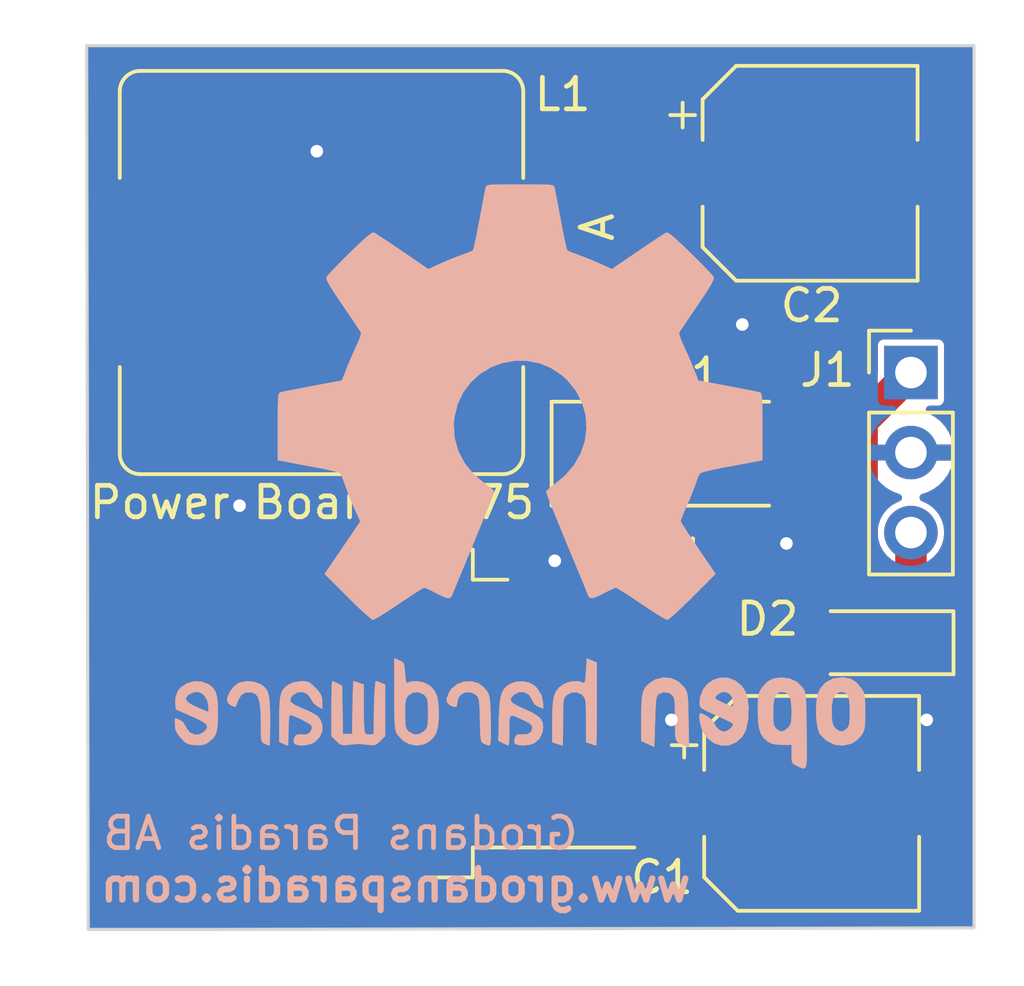
<source format=kicad_pcb>
(kicad_pcb (version 20211014) (generator pcbnew)
  (layers (0 "F.Cu" signal) (31 "B.Cu" signal) (34 "B.Paste" user) (35 "F.Paste" user) (36 "B.SilkS" user "B.Silkscreen") (37 "F.SilkS" user "F.Silkscreen") (38 "B.Mask" user) (39 "F.Mask" user) (44 "Edge.Cuts" user))
  (net 0 "")
  (net 1 "+28V")
  (net 2 "GND")
  (net 3 "Net-(D2-Pad2)")
  (net 4 "Net-(D1-Pad1)")
  (net 5 "+3V3")
  (footprint "Package_TO_SOT_SMD:TO-263-5_TabPin3" (layer "F.Cu") (at 150.25 99.6 180)
    (fp_text reference "U1" (at -9.4 5) (layer "F.SilkS"))
    (fp_text value "LM2575-3.3BT" hide)
    (fp_line (start -1.45 -5.2) (end -2.95 -5.2) (layer "F.SilkS") (width 0.12))
    (fp_line (start -2.95 5.2) (end -2.95 4.25) (layer "F.SilkS") (width 0.12))
    (fp_line (start -2.95 -4.25) (end -8.075 -4.25) (layer "F.SilkS") (width 0.12))
    (fp_line (start -2.95 4.25) (end -4.05 4.25) (layer "F.SilkS") (width 0.12))
    (fp_line (start -2.95 -5.2) (end -2.95 -4.25) (layer "F.SilkS") (width 0.12))
    (fp_line (start -1.45 5.2) (end -2.95 5.2) (layer "F.SilkS") (width 0.12))
    (pad "1" smd rect (at -5.775 -3.4 180) (size 4.6 1.1) (layers "F.Cu" "F.Paste" "F.Mask") (net 1 "+28V"))
    (pad "2" smd rect (at -5.775 -1.7 180) (size 4.6 1.1) (layers "F.Cu" "F.Paste" "F.Mask") (net 4 "Net-(D1-Pad1)"))
    (pad "3" smd rect (at -5.775 0 180) (size 4.6 1.1) (layers "F.Cu" "F.Paste" "F.Mask") (net 2 "GND"))
    (pad "3" smd rect (at 3.375 0 180) (size 9.4 10.8) (layers "F.Cu" "F.Mask") (net 2 "GND"))
    (pad "4" smd rect (at -5.775 1.7 180) (size 4.6 1.1) (layers "F.Cu" "F.Paste" "F.Mask") (net 3 "Net-(D2-Pad2)"))
    (pad "5" smd rect (at -5.775 3.4 180) (size 4.6 1.1) (layers "F.Cu" "F.Paste" "F.Mask") (net 2 "GND"))
  )
  (footprint "Connector_PinHeader_2.54mm:PinHeader_1x03_P2.54mm_Vertical" (layer "F.Cu") (at 167.1 88.775)
    (fp_text reference "J1" (at -2.65 -0.075) (layer "F.SilkS"))
    (fp_text value "Conn_01x03" hide)
    (fp_line (start 1.33 1.27) (end 1.33 6.41) (layer "F.SilkS") (width 0.12))
    (fp_line (start -1.33 1.27) (end 1.33 1.27) (layer "F.SilkS") (width 0.12))
    (fp_line (start -1.33 6.41) (end 1.33 6.41) (layer "F.SilkS") (width 0.12))
    (fp_line (start -1.33 0) (end -1.33 -1.33) (layer "F.SilkS") (width 0.12))
    (fp_line (start -1.33 -1.33) (end 0 -1.33) (layer "F.SilkS") (width 0.12))
    (fp_line (start -1.33 1.27) (end -1.33 6.41) (layer "F.SilkS") (width 0.12))
    (pad "1" thru_hole rect (at 0 0) (size 1.7 1.7) (drill 1) (layers *.Cu *.Mask) (net 1 "+28V"))
    (pad "2" thru_hole oval (at 0 2.54) (size 1.7 1.7) (drill 1) (layers *.Cu *.Mask) (net 2 "GND"))
    (pad "3" thru_hole oval (at 0 5.08) (size 1.7 1.7) (drill 1) (layers *.Cu *.Mask) (net 5 "+3V3"))
  )
  (footprint "Capacitor_SMD:CP_Elec_6.3x9.9" (layer "F.Cu") (at 163.95 102.45)
    (fp_text reference "C1" (at -4.75 2.35) (layer "F.SilkS"))
    (fp_text value "100uF/50V" hide)
    (fp_line (start -4.04375 -2.24125) (end -4.04375 -1.45375) (layer "F.SilkS") (width 0.12))
    (fp_line (start -4.4375 -1.8475) (end -3.65 -1.8475) (layer "F.SilkS") (width 0.12))
    (fp_line (start -3.41 -2.345563) (end -2.345563 -3.41) (layer "F.SilkS") (width 0.12))
    (fp_line (start 3.41 -3.41) (end 3.41 -1.06) (layer "F.SilkS") (width 0.12))
    (fp_line (start 3.41 3.41) (end 3.41 1.06) (layer "F.SilkS") (width 0.12))
    (fp_line (start -3.41 2.345563) (end -3.41 1.06) (layer "F.SilkS") (width 0.12))
    (fp_line (start -3.41 -2.345563) (end -3.41 -1.06) (layer "F.SilkS") (width 0.12))
    (fp_line (start -3.41 2.345563) (end -2.345563 3.41) (layer "F.SilkS") (width 0.12))
    (fp_line (start -2.345563 3.41) (end 3.41 3.41) (layer "F.SilkS") (width 0.12))
    (fp_line (start -2.345563 -3.41) (end 3.41 -3.41) (layer "F.SilkS") (width 0.12))
    (pad "1" smd roundrect (at -2.8 0) (size 3.5 1.6) (layers "F.Cu" "F.Paste" "F.Mask") (roundrect_rratio 0.15625) (net 1 "+28V"))
    (pad "2" smd roundrect (at 2.8 0) (size 3.5 1.6) (layers "F.Cu" "F.Paste" "F.Mask") (roundrect_rratio 0.15625) (net 2 "GND"))
  )
  (footprint "Capacitor_SMD:CP_Elec_6.3x9.9" (layer "F.Cu") (at 163.9 82.45)
    (fp_text reference "C2" (at 0.05 4.2) (layer "F.SilkS"))
    (fp_text value "330uF/16V" hide)
    (fp_line (start 3.41 -3.41) (end 3.41 -1.06) (layer "F.SilkS") (width 0.12))
    (fp_line (start -3.41 -2.345563) (end -3.41 -1.06) (layer "F.SilkS") (width 0.12))
    (fp_line (start -3.41 2.345563) (end -3.41 1.06) (layer "F.SilkS") (width 0.12))
    (fp_line (start -3.41 -2.345563) (end -2.345563 -3.41) (layer "F.SilkS") (width 0.12))
    (fp_line (start -3.41 2.345563) (end -2.345563 3.41) (layer "F.SilkS") (width 0.12))
    (fp_line (start -2.345563 3.41) (end 3.41 3.41) (layer "F.SilkS") (width 0.12))
    (fp_line (start -4.4375 -1.8475) (end -3.65 -1.8475) (layer "F.SilkS") (width 0.12))
    (fp_line (start -2.345563 -3.41) (end 3.41 -3.41) (layer "F.SilkS") (width 0.12))
    (fp_line (start -4.04375 -2.24125) (end -4.04375 -1.45375) (layer "F.SilkS") (width 0.12))
    (fp_line (start 3.41 3.41) (end 3.41 1.06) (layer "F.SilkS") (width 0.12))
    (pad "1" smd roundrect (at -2.8 0) (size 3.5 1.6) (layers "F.Cu" "F.Paste" "F.Mask") (roundrect_rratio 0.15625) (net 3 "Net-(D2-Pad2)"))
    (pad "2" smd roundrect (at 2.8 0) (size 3.5 1.6) (layers "F.Cu" "F.Paste" "F.Mask") (roundrect_rratio 0.15625) (net 2 "GND"))
  )
  (footprint "Diode_SMD:D_SOD-123" (layer "F.Cu") (at 166.2 97.35 180)
    (fp_text reference "D2" (at 3.65 0.75) (layer "F.SilkS"))
    (fp_text value "1N5819" hide)
    (fp_line (start -2.25 -1) (end 1.65 -1) (layer "F.SilkS") (width 0.12))
    (fp_line (start -2.25 1) (end 1.65 1) (layer "F.SilkS") (width 0.12))
    (fp_line (start -2.25 -1) (end -2.25 1) (layer "F.SilkS") (width 0.12))
    (pad "1" smd rect (at -1.65 0 180) (size 0.9 1.2) (layers "F.Cu" "F.Paste" "F.Mask") (net 5 "+3V3"))
    (pad "2" smd rect (at 1.65 0 180) (size 0.9 1.2) (layers "F.Cu" "F.Paste" "F.Mask") (net 3 "Net-(D2-Pad2)"))
  )
  (footprint "Diode_SMD:D_SMA_Handsoldering" (layer "F.Cu") (at 160.1 91.35)
    (fp_text reference "D1" (at 0 -2.5) (layer "F.SilkS"))
    (fp_text value "1N5822" hide)
    (fp_line (start -4.4 -1.65) (end 2.5 -1.65) (layer "F.SilkS") (width 0.12))
    (fp_line (start -4.4 -1.65) (end -4.4 1.65) (layer "F.SilkS") (width 0.12))
    (fp_line (start -4.4 1.65) (end 2.5 1.65) (layer "F.SilkS") (width 0.12))
    (pad "1" smd rect (at -2.5 0) (size 3.5 1.8) (layers "F.Cu" "F.Paste" "F.Mask") (net 4 "Net-(D1-Pad1)"))
    (pad "2" smd rect (at 2.5 0) (size 3.5 1.8) (layers "F.Cu" "F.Paste" "F.Mask") (net 2 "GND"))
  )
  (footprint "Inductor_SMD:L_Bourns_SRR1260" (layer "F.Cu") (at 148.4 85.6)
    (fp_text reference "L1" (at 7.65 -5.65) (layer "F.SilkS"))
    (fp_text value "SRR1240-331K" hide)
    (fp_line (start 6.4 -5.75) (end 6.4 -3) (layer "F.SilkS") (width 0.12))
    (fp_line (start 6.4 3) (end 6.4 5.75) (layer "F.SilkS") (width 0.12))
    (fp_line (start -6.4 3) (end -6.4 5.75) (layer "F.SilkS") (width 0.12))
    (fp_line (start 5.75 6.4) (end -5.75 6.4) (layer "F.SilkS") (width 0.12))
    (fp_line (start -6.4 -5.75) (end -6.4 -3) (layer "F.SilkS") (width 0.12))
    (fp_line (start -5.75 -6.4) (end 5.75 -6.4) (layer "F.SilkS") (width 0.12))
    (fp_arc (start 5.75 -6.4) (mid 6.209619 -6.209619) (end 6.4 -5.75) (layer "F.SilkS") (width 0.12))
    (fp_arc (start -5.75 6.4) (mid -6.209619 6.209619) (end -6.4 5.75) (layer "F.SilkS") (width 0.12))
    (fp_arc (start -6.4 -5.75) (mid -6.209619 -6.209619) (end -5.75 -6.4) (layer "F.SilkS") (width 0.12))
    (fp_arc (start 6.4 5.75) (mid 6.209619 6.209619) (end 5.75 6.4) (layer "F.SilkS") (width 0.12))
    (pad "1" smd rect (at -4.85 0) (size 2.9 5.4) (layers "F.Cu" "F.Paste" "F.Mask") (net 4 "Net-(D1-Pad1)"))
    (pad "2" smd rect (at 4.85 0) (size 2.9 5.4) (layers "F.Cu" "F.Paste" "F.Mask") (net 3 "Net-(D2-Pad2)"))
  )
  (footprint "Symbol:OSHW-Logo2_24.3x20mm_SilkScreen" (layer "B.Cu") (at 154.7 92.05 180)
    (fp_text reference "REF**" hide)
    (fp_text value "OSHW-Logo2_24.3x20mm_SilkScreen" hide)
    (fp_poly (pts (xy -4.304284 -6.462865) (xy -4.148128 -6.55319) (xy -4.039559 -6.642845) (xy -3.960155 -6.736776) (xy -3.905454 -6.851646) (xy -3.87099 -7.004114) (xy -3.852299 -7.210844) (xy -3.844919 -7.488496) (xy -3.844061 -7.688086) (xy -3.844061 -8.422766) (xy -4.050862 -8.515472) (xy -4.257662 -8.608179) (xy -4.281992 -7.803492) (xy -4.292045 -7.502966) (xy -4.302591 -7.284835) (xy -4.315657 -7.134186) (xy -4.333271 -7.036107) (xy -4.357461 -6.975688) (xy -4.390254 -6.938016) (xy -4.400775 -6.929862) (xy -4.560187 -6.866178) (xy -4.721321 -6.891378) (xy -4.817241 -6.958238) (xy -4.856259 -7.005616) (xy -4.883267 -7.067787) (xy -4.900432 -7.162039) (xy -4.909918 -7.305657) (xy -4.913893 -7.515931) (xy -4.914559 -7.73507) (xy -4.91469 -8.009999) (xy -4.919397 -8.204602) (xy -4.935154 -8.335851) (xy -4.968433 -8.420718) (xy -5.025707 -8.476177) (xy -5.113447 -8.519201) (xy -5.230638 -8.563907) (xy -5.358632 -8.612571) (xy -5.343396 -7.74891) (xy -5.337261 -7.437565) (xy -5.330082 -7.207483) (xy -5.319795 -7.042614) (xy -5.30433 -6.926909) (xy -5.281621 -6.844316) (xy -5.249601 -6.778788) (xy -5.210997 -6.720974) (xy -5.024747 -6.536283) (xy -4.797479 -6.429481) (xy -4.550291 -6.403898) (xy -4.304284 -6.462865)) (layer "B.SilkS") (width 0.01) (fill solid))
    (fp_poly (pts (xy 1.776572 -6.536534) (xy 1.997609 -6.618099) (xy 2.176683 -6.762366) (xy 2.24672 -6.86392) (xy 2.323071 -7.050268) (xy 2.321485 -7.18501) (xy 2.241347 -7.275631) (xy 2.211696 -7.29104) (xy 2.083674 -7.339084) (xy 2.018294 -7.326776) (xy 1.996148 -7.246098) (xy 1.99502 -7.201533) (xy 1.954477 -7.037581) (xy 1.848802 -6.922891) (xy 1.701924 -6.867497) (xy 1.537773 -6.881435) (xy 1.404337 -6.953827) (xy 1.359269 -6.99512) (xy 1.327323 -7.045216) (xy 1.305744 -7.120942) (xy 1.291773 -7.239128) (xy 1.282655 -7.4166) (xy 1.275631 -7.670186) (xy 1.273812 -7.750479) (xy 1.267178 -8.025158) (xy 1.259636 -8.218481) (xy 1.248325 -8.346388) (xy 1.230385 -8.424822) (xy 1.202955 -8.469725) (xy 1.163177 -8.497038) (xy 1.13771 -8.509105) (xy 1.029556 -8.550367) (xy 0.96589 -8.563985) (xy 0.944854 -8.518505) (xy 0.932013 -8.381006) (xy 0.9273 -8.149902) (xy 0.930644 -7.823604) (xy 0.931686 -7.773276) (xy 0.939035 -7.475581) (xy 0.947726 -7.258205) (xy 0.960092 -7.104153) (xy 0.97847 -6.99643) (xy 1.005195 -6.918042) (xy 1.042602 -6.851994) (xy 1.06217 -6.823691) (xy 1.174366 -6.698467) (xy 1.29985 -6.601063) (xy 1.315213 -6.592561) (xy 1.540223 -6.525433) (xy 1.776572 -6.536534)) (layer "B.SilkS") (width 0.01) (fill solid))
    (fp_poly (pts (xy -8.046834 -6.436506) (xy -7.860916 -6.529204) (xy -7.69682 -6.699885) (xy -7.651628 -6.763107) (xy -7.602396 -6.845834) (xy -7.570453 -6.935687) (xy -7.552178 -7.055608) (xy -7.543952 -7.228537) (xy -7.542145 -7.456835) (xy -7.550303 -7.769693) (xy -7.578659 -8.004598) (xy -7.633038 -8.179847) (xy -7.719263 -8.313738) (xy -7.843159 -8.424569) (xy -7.852263 -8.431131) (xy -7.974366 -8.498256) (xy -8.1214 -8.531467) (xy -8.308396 -8.539655) (xy -8.612387 -8.539655) (xy -8.612515 -8.834762) (xy -8.615344 -8.999117) (xy -8.632582 -9.095523) (xy -8.67763 -9.153343) (xy -8.763886 -9.201941) (xy -8.784601 -9.211869) (xy -8.881538 -9.258398) (xy -8.956593 -9.287786) (xy -9.012402 -9.290324) (xy -9.051603 -9.256302) (xy -9.076832 -9.176012) (xy -9.090728 -9.039743) (xy -9.095927 -8.837787) (xy -9.095066 -8.560434) (xy -9.090784 -8.197976) (xy -9.089447 -8.08956) (xy -9.084629 -7.715837) (xy -9.080313 -7.471369) (xy -8.612643 -7.471369) (xy -8.610015 -7.678877) (xy -8.598333 -7.814645) (xy -8.571903 -7.904192) (xy -8.525031 -7.973039) (xy -8.493207 -8.006618) (xy -8.363108 -8.104869) (xy -8.247921 -8.112866) (xy -8.129066 -8.03173) (xy -8.126053 -8.028736) (xy -8.077695 -7.96603) (xy -8.048278 -7.880808) (xy -8.03344 -7.749564) (xy -8.028819 -7.548793) (xy -8.028735 -7.504314) (xy -8.039902 -7.227639) (xy -8.076253 -7.035842) (xy -8.142059 -6.918757) (xy -8.241593 -6.866215) (xy -8.299119 -6.86092) (xy -8.435649 -6.885767) (xy -8.529298 -6.967581) (xy -8.58567 -7.11727) (xy -8.610367 -7.345743) (xy -8.612643 -7.471369) (xy -9.080313 -7.471369) (xy -9.079522 -7.426587) (xy -9.072922 -7.20897) (xy -9.063623 -7.050146) (xy -9.050423 -6.937274) (xy -9.032115 -6.857513) (xy -9.007497 -6.798023) (xy -8.975363 -6.745963) (xy -8.961585 -6.726373) (xy -8.778812 -6.541328) (xy -8.547724 -6.436412) (xy -8.28041 -6.407163) (xy -8.046834 -6.436506)) (layer "B.SilkS") (width 0.01) (fill solid))
    (fp_poly (pts (xy 5.966873 -6.5664) (xy 5.974299 -6.694422) (xy 5.980118 -6.888985) (xy 5.983859 -7.134702) (xy 5.985058 -7.392426) (xy 5.985058 -8.264545) (xy 5.831075 -8.418528) (xy 5.724963 -8.513412) (xy 5.631816 -8.551845) (xy 5.504504 -8.549413) (xy 5.453968 -8.543223) (xy 5.296017 -8.52521) (xy 5.165371 -8.514888) (xy 5.133525 -8.513935) (xy 5.026166 -8.520171) (xy 4.872619 -8.535824) (xy 4.813083 -8.543223) (xy 4.666857 -8.554668) (xy 4.568589 -8.529808) (xy 4.47115 -8.453058) (xy 4.435976 -8.418528) (xy 4.281993 -8.264545) (xy 4.281993 -6.633246) (xy 4.40593 -6.576776) (xy 4.51265 -6.53495) (xy 4.575087 -6.520307) (xy 4.591096 -6.566583) (xy 4.606058 -6.695884) (xy 4.618978 -6.893914) (xy 4.628857 -7.14638) (xy 4.633622 -7.359675) (xy 4.646935 -8.199042) (xy 4.76308 -8.215464) (xy 4.868716 -8.203982) (xy 4.920477 -8.166805) (xy 4.934945 -8.097298) (xy 4.947298 -7.94924) (xy 4.956552 -7.741391) (xy 4.961728 -7.492512) (xy 4.962474 -7.364435) (xy 4.963219 -6.627145) (xy 5.116457 -6.573726) (xy 5.224916 -6.537406) (xy 5.283913 -6.520468) (xy 5.285614 -6.520307) (xy 5.291533 -6.566349) (xy 5.298039 -6.694018) (xy 5.304586 -6.887632) (xy 5.310627 -7.131507) (xy 5.314848 -7.359675) (xy 5.328161 -8.199042) (xy 5.620115 -8.199042) (xy 5.633513 -7.433275) (xy 5.64691 -6.667508) (xy 5.789238 -6.593908) (xy 5.894322 -6.543366) (xy 5.956517 -6.520431) (xy 5.958312 -6.520307) (xy 5.966873 -6.5664)) (layer "B.SilkS") (width 0.01) (fill solid))
    (fp_poly (pts (xy 0.133241 -6.540601) (xy 0.323905 -6.611403) (xy 0.326086 -6.612764) (xy 0.444006 -6.69955) (xy 0.53106 -6.800973) (xy 0.592286 -6.933145) (xy 0.632723 -7.112182) (xy 0.657409 -7.354195) (xy 0.671382 -7.675299) (xy 0.672607 -7.721048) (xy 0.6902 -8.410869) (xy 0.542152 -8.487427) (xy 0.43503 -8.539163) (xy 0.370351 -8.563678) (xy 0.367359 -8.563985) (xy 0.356166 -8.518751) (xy 0.347275 -8.396736) (xy 0.341806 -8.218468) (xy 0.340613 -8.074116) (xy 0.340586 -7.840271) (xy 0.329896 -7.693419) (xy 0.292633 -7.623376) (xy 0.212888 -7.619958) (xy 0.074749 -7.672983) (xy -0.133812 -7.770454) (xy -0.287171 -7.851409) (xy -0.366048 -7.921644) (xy -0.389236 -7.998194) (xy -0.389272 -8.001982) (xy -0.351007 -8.133852) (xy -0.237717 -8.205091) (xy -0.064336 -8.21541) (xy 0.06055 -8.21362) (xy 0.126399 -8.249589) (xy 0.167464 -8.335985) (xy 0.191099 -8.446054) (xy 0.157039 -8.508508) (xy 0.144214 -8.517446) (xy 0.023472 -8.553343) (xy -0.145612 -8.558426) (xy -0.319739 -8.534631) (xy -0.443124 -8.491147) (xy -0.613713 -8.346309) (xy -0.710681 -8.144694) (xy -0.729885 -7.98718) (xy -0.71523 -7.845104) (xy -0.662199 -7.729127) (xy -0.557194 -7.626121) (xy -0.386614 -7.522954) (xy -0.136862 -7.406496) (xy -0.121647 -7.399914) (xy 0.103329 -7.295981) (xy 0.242157 -7.210743) (xy 0.301662 -7.134147) (xy 0.288672 -7.056139) (xy 0.210012 -6.966664) (xy 0.18649 -6.946073) (xy 0.028933 -6.866236) (xy -0.134323 -6.869597) (xy -0.276505 -6.947874) (xy -0.37084 -7.092781) (xy -0.379605 -7.121224) (xy -0.464962 -7.259174) (xy -0.573271 -7.32562) (xy -0.729885 -7.391471) (xy -0.729885 -7.221097) (xy -0.682244 -6.973454) (xy -0.540841 -6.746307) (xy -0.467258 -6.670318) (xy -0.299991 -6.57279) (xy -0.087274 -6.52864) (xy 0.133241 -6.540601)) (layer "B.SilkS") (width 0.01) (fill solid))
    (fp_poly (pts (xy 3.989857 -6.924093) (xy 3.989239 -7.287769) (xy 3.986847 -7.567532) (xy 3.981671 -7.776784) (xy 3.972704 -7.928926) (xy 3.958936 -8.037359) (xy 3.939361 -8.115485) (xy 3.912968 -8.176707) (xy 3.892984 -8.211652) (xy 3.727483 -8.401157) (xy 3.517648 -8.519942) (xy 3.285486 -8.562564) (xy 3.053008 -8.523583) (xy 2.914572 -8.453532) (xy 2.769242 -8.332353) (xy 2.670195 -8.184354) (xy 2.610435 -7.990534) (xy 2.582969 -7.731892) (xy 2.579079 -7.542146) (xy 2.579603 -7.52851) (xy 2.919541 -7.52851) (xy 2.921617 -7.746096) (xy 2.93113 -7.890134) (xy 2.953008 -7.984364) (xy 2.992176 -8.052523) (xy 3.038976 -8.103936) (xy 3.196146 -8.203175) (xy 3.3649 -8.211653) (xy 3.524393 -8.128799) (xy 3.536807 -8.117572) (xy 3.589791 -8.059171) (xy 3.623014 -7.989686) (xy 3.641 -7.88627) (xy 3.648275 -7.726073) (xy 3.649426 -7.548965) (xy 3.646932 -7.326467) (xy 3.636608 -7.178037) (xy 3.614191 -7.080489) (xy 3.575418 -7.010637) (xy 3.543626 -6.973539) (xy 3.395939 -6.879975) (xy 3.225846 -6.868725) (xy 3.063492 -6.94019) (xy 3.03216 -6.96672) (xy 2.978822 -7.025636) (xy 2.945531 -7.095837) (xy 2.927656 -7.200418) (xy 2.920566 -7.362479) (xy 2.919541 -7.52851) (xy 2.579603 -7.52851) (xy 2.59084 -7.236579) (xy 2.630787 -7.006993) (xy 2.705913 -6.834387) (xy 2.823214 -6.69976) (xy 2.914572 -6.630759) (xy 3.080627 -6.556214) (xy 3.273092 -6.521613) (xy 3.451999 -6.530875) (xy 3.552108 -6.568238) (xy 3.591393 -6.578872) (xy 3.617461 -6.539225) (xy 3.635658 -6.432981) (xy 3.649426 -6.271145) (xy 3.664499 -6.090902) (xy 3.685436 -5.982458) (xy 3.723532 -5.920446) (xy 3.790085 -5.879499) (xy 3.831897 -5.861366) (xy 3.990039 -5.79512) (xy 3.989857 -6.924093)) (layer "B.SilkS") (width 0.01) (fill solid))
    (fp_poly (pts (xy -9.919632 -6.443358) (xy -9.691564 -6.56328) (xy -9.523248 -6.756278) (xy -9.463459 -6.880355) (xy -9.416934 -7.066653) (xy -9.393118 -7.302045) (xy -9.39086 -7.558952) (xy -9.409008 -7.809799) (xy -9.446411 -8.027009) (xy -9.501916 -8.183005) (xy -9.518975 -8.209871) (xy -9.72103 -8.410415) (xy -9.961022 -8.530529) (xy -10.221434 -8.56568) (xy -10.484753 -8.511337) (xy -10.558033 -8.478756) (xy -10.700739 -8.378353) (xy -10.825986 -8.245225) (xy -10.837823 -8.228341) (xy -10.885935 -8.146969) (xy -10.917738 -8.059984) (xy -10.936526 -7.945475) (xy -10.945592 -7.78153) (xy -10.948229 -7.54624) (xy -10.948275 -7.493487) (xy -10.948154 -7.476699) (xy -10.461685 -7.476699) (xy -10.458854 -7.698761) (xy -10.447712 -7.846123) (xy -10.424291 -7.941308) (xy -10.384619 -8.006837) (xy -10.364367 -8.028736) (xy -10.24794 -8.111953) (xy -10.134902 -8.108158) (xy -10.020609 -8.035973) (xy -9.952441 -7.958911) (xy -9.91207 -7.846429) (xy -9.889398 -7.669055) (xy -9.887843 -7.648367) (xy -9.883973 -7.326911) (xy -9.924417 -7.088167) (xy -10.008626 -6.9336) (xy -10.136053 -6.864678) (xy -10.18154 -6.86092) (xy -10.300981 -6.879821) (xy -10.382683 -6.945306) (xy -10.432637 -7.070544) (xy -10.456834 -7.268704) (xy -10.461685 -7.476699) (xy -10.948154 -7.476699) (xy -10.946463 -7.242765) (xy -10.938853 -7.067582) (xy -10.922186 -6.946191) (xy -10.893201 -6.856847) (xy -10.84864 -6.777803) (xy -10.838793 -6.763107) (xy -10.67328 -6.565011) (xy -10.49293 -6.450014) (xy -10.273365 -6.404365) (xy -10.198805 -6.402135) (xy -9.919632 -6.443358)) (layer "B.SilkS") (width 0.01) (fill solid))
    (fp_poly (pts (xy -6.140747 -6.474461) (xy -5.948903 -6.603519) (xy -5.800648 -6.789915) (xy -5.712084 -7.027109) (xy -5.694172 -7.201691) (xy -5.696206 -7.274544) (xy -5.71324 -7.330324) (xy -5.760064 -7.380298) (xy -5.851473 -7.435733) (xy -6.002258 -7.507896) (xy -6.227213 -7.608055) (xy -6.228352 -7.608558) (xy -6.435415 -7.703396) (xy -6.605212 -7.787609) (xy -6.720388 -7.852133) (xy -6.76359 -7.8879) (xy -6.763601 -7.888188) (xy -6.725525 -7.966074) (xy -6.636484 -8.051924) (xy -6.534263 -8.113769) (xy -6.482474 -8.126054) (xy -6.341184 -8.083564) (xy -6.219512 -7.977152) (xy -6.160145 -7.860156) (xy -6.103033 -7.773905) (xy -5.991161 -7.675681) (xy -5.859654 -7.590827) (xy -5.743632 -7.544681) (xy -5.719371 -7.542146) (xy -5.692062 -7.583868) (xy -5.690416 -7.690519) (xy -5.710486 -7.834321) (xy -5.748322 -7.987501) (xy -5.799977 -8.122283) (xy -5.802586 -8.127516) (xy -5.958031 -8.344557) (xy -6.159493 -8.492185) (xy -6.388288 -8.564644) (xy -6.625733 -8.556177) (xy -6.853146 -8.461027) (xy -6.863257 -8.454337) (xy -7.04215 -8.292211) (xy -7.15978 -8.080682) (xy -7.224877 -7.802543) (xy -7.233613 -7.724398) (xy -7.249086 -7.355549) (xy -7.230537 -7.183541) (xy -6.763601 -7.183541) (xy -6.757534 -7.290838) (xy -6.724351 -7.322152) (xy -6.641623 -7.298725) (xy -6.511221 -7.243348) (xy -6.365457 -7.173932) (xy -6.361834 -7.172094) (xy -6.238283 -7.107108) (xy -6.188697 -7.06374) (xy -6.200925 -7.018275) (xy -6.252412 -6.958536) (xy -6.383399 -6.872085) (xy -6.524462 -6.865733) (xy -6.650995 -6.928649) (xy -6.738392 -7.050003) (xy -6.763601 -7.183541) (xy -7.230537 -7.183541) (xy -7.21726 -7.060435) (xy -7.135609 -6.826382) (xy -7.021939 -6.662413) (xy -6.816775 -6.496716) (xy -6.590786 -6.414519) (xy -6.360075 -6.409281) (xy -6.140747 -6.474461)) (layer "B.SilkS") (width 0.01) (fill solid))
    (fp_poly (pts (xy 0.348357 9.245003) (xy 0.611677 9.243561) (xy 0.802246 9.239658) (xy 0.932345 9.232063) (xy 1.014257 9.21955) (xy 1.060266 9.200889) (xy 1.082653 9.174852) (xy 1.093702 9.140212) (xy 1.094776 9.135728) (xy 1.111559 9.054811) (xy 1.142625 8.895158) (xy 1.184742 8.673762) (xy 1.234679 8.407615) (xy 1.289203 8.11371) (xy 1.291107 8.103388) (xy 1.345723 7.815364) (xy 1.396822 7.560885) (xy 1.441106 7.355215) (xy 1.475279 7.213615) (xy 1.496043 7.15135) (xy 1.497033 7.150247) (xy 1.558199 7.119841) (xy 1.68431 7.069172) (xy 1.848131 7.009178) (xy 1.849043 7.008858) (xy 2.055388 6.931296) (xy 2.29866 6.832493) (xy 2.527969 6.733152) (xy 2.538822 6.72824) (xy 2.912317 6.558724) (xy 3.739365 7.123505) (xy 3.993077 7.29568) (xy 4.222902 7.449605) (xy 4.415525 7.576526) (xy 4.557632 7.667691) (xy 4.635907 7.714345) (xy 4.64334 7.717805) (xy 4.700224 7.7024) (xy 4.806469 7.628073) (xy 4.966219 7.491319) (xy 5.183616 7.288632) (xy 5.405548 7.072992) (xy 5.619491 6.860497) (xy 5.810969 6.66659) (xy 5.968455 6.503246) (xy 6.080422 6.382439) (xy 6.135343 6.316145) (xy 6.137386 6.312732) (xy 6.143458 6.267239) (xy 6.120584 6.192944) (xy 6.063115 6.079814) (xy 5.965399 5.917815) (xy 5.821784 5.696914) (xy 5.630333 5.41254) (xy 5.460423 5.162241) (xy 5.308538 4.93775) (xy 5.183455 4.7521) (xy 5.093949 4.618325) (xy 5.0488 4.549458) (xy 5.045958 4.544782) (xy 5.05147 4.478799) (xy 5.093255 4.350552) (xy 5.162997 4.18428) (xy 5.187854 4.131181) (xy 5.296311 3.894623) (xy 5.41202 3.626211) (xy 5.506015 3.393965) (xy 5.573745 3.221593) (xy 5.627543 3.090597) (xy 5.658631 3.022133) (xy 5.662496 3.016858) (xy 5.719671 3.00812) (xy 5.854448 2.984177) (xy 6.048906 2.948438) (xy 6.285125 2.904311) (xy 6.545184 2.855205) (xy 6.811163 2.804528) (xy 7.065143 2.755687) (xy 7.289201 2.712091) (xy 7.46542 2.677149) (xy 7.575877 2.654268) (xy 7.60297 2.647799) (xy 7.630956 2.631833) (xy 7.652081 2.595773) (xy 7.667297 2.527448) (xy 7.677553 2.414685) (xy 7.6838 2.245314) (xy 7.686988 2.007162) (xy 7.688067 1.688058) (xy 7.688123 1.557259) (xy 7.688123 0.493489) (xy 7.432663 0.443067) (xy 7.290537 0.415727) (xy 7.07845 0.375818) (xy 6.822193 0.328155) (xy 6.547558 0.277554) (xy 6.471648 0.263656) (xy 6.218221 0.214383) (xy 5.997447 0.16593) (xy 5.827857 0.122785) (xy 5.72798 0.089437) (xy 5.711343 0.079498) (xy 5.670489 0.009109) (xy 5.611913 -0.127283) (xy 5.546955 -0.302805) (xy 5.534071 -0.340613) (xy 5.448934 -0.57503) (xy 5.343256 -0.839524) (xy 5.23984 -1.077041) (xy 5.23933 -1.078144) (xy 5.067112 -1.450733) (xy 5.633524 -2.283893) (xy 6.199935 -3.117053) (xy 5.472702 -3.8455) (xy 5.252748 -4.062302) (xy 5.052132 -4.253414) (xy 4.882122 -4.408636) (xy 4.753985 -4.517764) (xy 4.678989 -4.570595) (xy 4.668231 -4.573947) (xy 4.605067 -4.547549) (xy 4.47618 -4.47416) (xy 4.295649 -4.362484) (xy 4.077554 -4.221224) (xy 3.841754 -4.063027) (xy 3.602436 -3.901664) (xy 3.389059 -3.761252) (xy 3.215175 -3.650431) (xy 3.094334 -3.577838) (xy 3.040263 -3.552108) (xy 2.974294 -3.57388) (xy 2.849198 -3.631251) (xy 2.69078 -3.7123) (xy 2.673987 -3.721309) (xy 2.460652 -3.8283) (xy 2.314364 -3.880772) (xy 2.22338 -3.88133) (xy 2.175959 -3.83258) (xy 2.175683 -3.831897) (xy 2.15198 -3.774164) (xy 2.095449 -3.637115) (xy 2.010474 -3.431357) (xy 1.901438 -3.167498) (xy 1.772724 -2.856144) (xy 1.628715 -2.507904) (xy 1.489251 -2.170744) (xy 1.33598 -1.798666) (xy 1.195251 -1.453987) (xy 1.071282 -1.147271) (xy 0.968291 -0.889085) (xy 0.890496 -0.689994) (xy 0.842114 -0.560565) (xy 0.827204 -0.512261) (xy 0.864594 -0.45685) (xy 0.962398 -0.368538) (xy 1.092815 -0.271174) (xy 1.464223 0.036747) (xy 1.75453 0.389696) (xy 1.960256 0.780239) (xy 2.077923 1.200943) (xy 2.104051 1.644371) (xy 2.08506 1.849042) (xy 1.981583 2.273677) (xy 1.803373 2.648664) (xy 1.561482 2.970304) (xy 1.266963 3.234899) (xy 0.930871 3.43875) (xy 0.564258 3.578158) (xy 0.178177 3.649426) (xy -0.216319 3.648855) (xy -0.608175 3.572746) (xy -0.98634 3.417401) (xy -1.33976 3.179121) (xy -1.487273 3.044361) (xy -1.770184 2.698321) (xy -1.967168 2.320174) (xy -2.079536 1.920945) (xy -2.108599 1.511655) (xy -2.055669 1.103328) (xy -1.922057 0.706987) (xy -1.709075 0.333655) (xy -1.418034 -0.005645) (xy -1.092814 -0.271174) (xy -0.957348 -0.372671) (xy -0.861651 -0.460025) (xy -0.827203 -0.512343) (xy -0.84524 -0.569398) (xy -0.896538 -0.705698) (xy -0.976876 -0.910678) (xy -1.082036 -1.173772) (xy -1.207796 -1.484416) (xy -1.349937 -1.832043) (xy -1.489635 -2.170826) (xy -1.643759 -2.543222) (xy -1.786518 -2.888307) (xy -1.913529 -3.195477) (xy -2.020411 -3.454125) (xy -2.10278 -3.653647) (xy -2.156253 -3.783435) (xy -2.176067 -3.831897) (xy -2.222876 -3.881129) (xy -2.313417 -3.880985) (xy -2.459342 -3.828877) (xy -2.672302 -3.722216) (xy -2.673986 -3.721309) (xy -2.83433 -3.638536) (xy -2.963948 -3.578242) (xy -3.037037 -3.552346) (xy -3.040263 -3.552108) (xy -3.095284 -3.578374) (xy -3.216757 -3.651416) (xy -3.391129 -3.762595) (xy -3.60485 -3.903273) (xy -3.841753 -4.063027) (xy -4.082945 -4.224779) (xy -4.300326 -4.36545) (xy -4.479816 -4.476335) (xy -4.607336 -4.54873) (xy -4.66823 -4.573947) (xy -4.724303 -4.540803) (xy -4.83704 -4.448173) (xy -4.995177 -4.306257) (xy -5.187449 -4.125255) (xy -5.402591 -3.915369) (xy -5.472952 -3.845249) (xy -6.200434 -3.116552) (xy -5.646705 -2.3039) (xy -5.478423 -2.054342) (xy -5.330729 -1.830366) (xy -5.21191 -1.644949) (xy -5.13025 -1.511065) (xy -5.094036 -1.44169) (xy -5.092975 -1.436755) (xy -5.112067 -1.371364) (xy -5.163418 -1.239825) (xy -5.23814 -1.064181) (xy -5.290588 -0.946591) (xy -5.388654 -0.721461) (xy -5.481007 -0.494015) (xy -5.552606 -0.301839) (xy -5.572056 -0.243295) (xy -5.627314 -0.086956) (xy -5.681331 0.033842) (xy -5.711001 0.079498) (xy -5.776476 0.107439) (xy -5.919376 0.147049) (xy -6.121161 0.193838) (xy -6.363288 0.243317) (xy -6.471647 0.263656) (xy -6.746811 0.314219) (xy -7.010746 0.363178) (xy -7.237659 0.405719) (xy -7.401761 0.437025) (xy -7.432662 0.443067) (xy -7.688122 0.493489) (xy -7.688122 1.557259) (xy -7.687548 1.90705) (xy -7.685193 2.1717) (xy -7.680107 2.363378) (xy -7.671339 2.494256) (xy -7.657938 2.576507) (xy -7.638954 2.622302) (xy -7.613438 2.643812) (xy -7.602969 2.647799) (xy -7.539826 2.661944) (xy -7.400325 2.690166) (xy -7.202389 2.729057) (xy -6.963935 2.775208) (xy -6.702886 2.825212) (xy -6.437161 2.875659) (xy -6.184681 2.923142) (xy -5.963365 2.964252) (xy -5.791134 2.995581) (xy -5.685908 3.013722) (xy -5.662495 3.016858) (xy -5.641284 3.058827) (xy -5.594332 3.17063) (xy -5.530419 3.331112) (xy -5.506014 3.393965) (xy -5.40758 3.636797) (xy -5.291666 3.905082) (xy -5.187853 4.131181) (xy -5.111465 4.304065) (xy -5.060644 4.446123) (xy -5.043679 4.533122) (xy -5.046384 4.544782) (xy -5.082239 4.59983) (xy -5.164108 4.722261) (xy -5.283205 4.899038) (xy -5.430742 5.117123) (xy -5.597931 5.36348) (xy -5.63099 5.412109) (xy -5.82498 5.700227) (xy -5.967579 5.919623) (xy -6.064473 6.080398) (xy -6.121346 6.192654) (xy -6.143884 6.26649) (xy -6.137772 6.31201) (xy -6.137616 6.3123) (xy -6.089511 6.37209) (xy -5.983111 6.487681) (xy -5.829948 6.647091) (xy -5.641555 6.838335) (xy -5.429465 7.049432) (xy -5.405547 7.072992) (xy -5.138262 7.331828) (xy -4.931992 7.521883) (xy -4.782592 7.646663) (xy -4.68592 7.709673) (xy -4.643339 7.717805) (xy -4.581196 7.682328) (xy -4.452237 7.600377) (xy -4.269778 7.480708) (xy -4.047133 7.332074) (xy -3.797616 7.163228) (xy -3.739364 7.123505) (xy -2.912316 6.558724) (xy -2.538821 6.72824) (xy -2.311684 6.827029) (xy -2.067872 6.926383) (xy -1.858275 7.005599) (xy -1.849042 7.008858) (xy -1.685095 7.068871) (xy -1.558715 7.119618) (xy -1.497137 7.150159) (xy -1.497032 7.150247) (xy -1.477493 7.205452) (xy -1.444279 7.341221) (xy -1.400687 7.542291) (xy -1.350016 7.793401) (xy -1.295561 8.079287) (xy -1.291106 8.103388) (xy -1.236482 8.397941) (xy -1.186336 8.665316) (xy -1.143898 8.88852) (xy -1.112402 9.050561) (xy -1.095077 9.134447) (xy -1.094775 9.135728) (xy -1.084232 9.171412) (xy -1.063731 9.198354) (xy -1.020989 9.217782) (xy -0.943724 9.230925) (xy -0.819652 9.239011) (xy -0.636491 9.243268) (xy -0.381958 9.244925) (xy -0.043769 9.24521) (xy 0 9.24521) (xy 0.348357 9.245003)) (layer "B.SilkS") (width 0.01) (fill solid))
    (fp_poly (pts (xy -2.092337 -6.206429) (xy -2.078077 -6.405313) (xy -2.061698 -6.522511) (xy -2.039002 -6.573632) (xy -2.005788 -6.574286) (xy -1.995019 -6.568183) (xy -1.851767 -6.523997) (xy -1.665425 -6.526577) (xy -1.475976 -6.571999) (xy -1.357483 -6.630759) (xy -1.235991 -6.724631) (xy -1.147177 -6.830865) (xy -1.086208 -6.96585) (xy -1.04825 -7.145976) (xy -1.028468 -7.387633) (xy -1.02203 -7.707211) (xy -1.021914 -7.768516) (xy -1.021839 -8.457147) (xy -1.175077 -8.510566) (xy -1.283913 -8.546908) (xy -1.343626 -8.563828) (xy -1.345383 -8.563985) (xy -1.351264 -8.5181) (xy -1.356268 -8.391539) (xy -1.360016 -8.200941) (xy -1.362127 -7.962948) (xy -1.362452 -7.818252) (xy -1.363129 -7.532955) (xy -1.366614 -7.32848) (xy -1.375088 -7.188334) (xy -1.390734 -7.096023) (xy -1.415731 -7.035053) (xy -1.452262 -6.988931) (xy -1.475071 -6.96672) (xy -1.631751 -6.877214) (xy -1.802726 -6.870511) (xy -1.95785 -6.946208) (xy -1.986537 -6.973539) (xy -2.028613 -7.024929) (xy -2.057799 -7.085886) (xy -2.076429 -7.174025) (xy -2.086839 -7.306961) (xy -2.091363 -7.502309) (xy -2.092337 -7.771652) (xy -2.092337 -8.457147) (xy -2.245575 -8.510566) (xy -2.354411 -8.546908) (xy -2.414124 -8.563828) (xy -2.415881 -8.563985) (xy -2.420375 -8.517414) (xy -2.424425 -8.386051) (xy -2.42787 -8.182422) (xy -2.430547 -7.919054) (xy -2.432294 -7.608471) (xy -2.432949 -7.263201) (xy -2.43295 -7.247843) (xy -2.43295 -5.931701) (xy -2.116666 -5.798289) (xy -2.092337 -6.206429)) (layer "B.SilkS") (width 0.01) (fill solid))
    (fp_poly (pts (xy 8.892816 -6.566697) (xy 8.950976 -6.592116) (xy 9.089795 -6.702059) (xy 9.208505 -6.86103) (xy 9.281921 -7.030677) (xy 9.29387 -7.114313) (xy 9.253809 -7.231078) (xy 9.165935 -7.292862) (xy 9.071718 -7.330273) (xy 9.028577 -7.337167) (xy 9.007571 -7.287138) (xy 8.96609 -7.178269) (xy 8.947892 -7.129076) (xy 8.845848 -6.958913) (xy 8.698103 -6.874038) (xy 8.508655 -6.876648) (xy 8.494623 -6.879991) (xy 8.393481 -6.927945) (xy 8.319124 -7.021432) (xy 8.268338 -7.171939) (xy 8.237908 -7.390951) (xy 8.224618 -7.689956) (xy 8.223372 -7.849056) (xy 8.222754 -8.099855) (xy 8.218705 -8.270825) (xy 8.207933 -8.379454) (xy 8.187147 -8.44323) (xy 8.153055 -8.479643) (xy 8.102365 -8.506179) (xy 8.099435 -8.507515) (xy 8.001818 -8.548787) (xy 7.953458 -8.563985) (xy 7.946027 -8.518037) (xy 7.939666 -8.391034) (xy 7.934832 -8.199235) (xy 7.931985 -7.958902) (xy 7.931418 -7.783024) (xy 7.934313 -7.442688) (xy 7.945637 -7.184495) (xy 7.969346 -6.993374) (xy 8.009397 -6.854253) (xy 8.069747 -6.75206) (xy 8.154353 -6.671724) (xy 8.237899 -6.615655) (xy 8.438791 -6.541032) (xy 8.672596 -6.524202) (xy 8.892816 -6.566697)) (layer "B.SilkS") (width 0.01) (fill solid))
    (fp_poly (pts (xy 10.572399 -6.594233) (xy 10.764917 -6.720057) (xy 10.857774 -6.832696) (xy 10.93134 -7.037092) (xy 10.937183 -7.19883) (xy 10.923947 -7.415094) (xy 10.425192 -7.633398) (xy 10.182685 -7.74493) (xy 10.024229 -7.83465) (xy 9.941836 -7.912361) (xy 9.927518 -7.987867) (xy 9.973287 -8.070971) (xy 10.023755 -8.126054) (xy 10.170605 -8.214389) (xy 10.330328 -8.220579) (xy 10.47702 -8.151735) (xy 10.584781 -8.014972) (xy 10.604055 -7.96668) (xy 10.696376 -7.815848) (xy 10.802588 -7.751567) (xy 10.948276 -7.696576) (xy 10.948276 -7.905057) (xy 10.935396 -8.046926) (xy 10.884943 -8.166563) (xy 10.779197 -8.303927) (xy 10.76348 -8.321777) (xy 10.645855 -8.443986) (xy 10.544746 -8.50957) (xy 10.41825 -8.539742) (xy 10.313384 -8.549623) (xy 10.125811 -8.552085) (xy 9.992284 -8.520892) (xy 9.908983 -8.474579) (xy 9.778063 -8.372735) (xy 9.687439 -8.262591) (xy 9.630087 -8.124069) (xy 9.59898 -7.93709) (xy 9.587094 -7.681577) (xy 9.586145 -7.551894) (xy 9.589371 -7.396421) (xy 9.883166 -7.396421) (xy 9.886573 -7.479827) (xy 9.895066 -7.493487) (xy 9.95111 -7.474931) (xy 10.071718 -7.425822) (xy 10.232913 -7.356002) (xy 10.266622 -7.340995) (xy 10.470339 -7.237404) (xy 10.582579 -7.146359) (xy 10.607247 -7.061081) (xy 10.548245 -6.974794) (xy 10.499518 -6.936667) (xy 10.323694 -6.860417) (xy 10.159127 -6.873014) (xy 10.021354 -6.966086) (xy 9.925913 -7.131256) (xy 9.895314 -7.262357) (xy 9.883166 -7.396421) (xy 9.589371 -7.396421) (xy 9.592432 -7.248919) (xy 9.615599 -7.024756) (xy 9.66149 -6.861526) (xy 9.735954 -6.741352) (xy 9.844836 -6.646355) (xy 9.892305 -6.615655) (xy 10.107938 -6.535703) (xy 10.344021 -6.530672) (xy 10.572399 -6.594233)) (layer "B.SilkS") (width 0.01) (fill solid))
    (fp_poly (pts (xy 7.190678 -6.558594) (xy 7.330782 -6.622323) (xy 7.44075 -6.699543) (xy 7.521324 -6.785887) (xy 7.576954 -6.897272) (xy 7.612089 -7.049616) (xy 7.631179 -7.258835) (xy 7.638672 -7.540846) (xy 7.639464 -7.726555) (xy 7.639464 -8.451046) (xy 7.515527 -8.507515) (xy 7.41791 -8.548787) (xy 7.36955 -8.563985) (xy 7.360298 -8.518762) (xy 7.352958 -8.396824) (xy 7.348464 -8.218772) (xy 7.34751 -8.077395) (xy 7.34341 -7.873146) (xy 7.332354 -7.711113) (xy 7.316211 -7.611891) (xy 7.303387 -7.590805) (xy 7.217186 -7.612338) (xy 7.081862 -7.667566) (xy 6.92517 -7.742436) (xy 6.774863 -7.822892) (xy 6.658693 -7.89488) (xy 6.604413 -7.944346) (xy 6.604198 -7.944881) (xy 6.608867 -8.036428) (xy 6.650732 -8.12382) (xy 6.724235 -8.194802) (xy 6.831516 -8.218543) (xy 6.923202 -8.215777) (xy 7.053058 -8.213741) (xy 7.121221 -8.244164) (xy 7.162159 -8.324543) (xy 7.167321 -8.3397) (xy 7.185067 -8.454331) (xy 7.137609 -8.523934) (xy 7.013907 -8.557105) (xy 6.880281 -8.56324) (xy 6.639817 -8.517763) (xy 6.515338 -8.452817) (xy 6.361605 -8.300246) (xy 6.280073 -8.112971) (xy 6.272756 -7.915085) (xy 6.341669 -7.730685) (xy 6.445328 -7.615134) (xy 6.548823 -7.550442) (xy 6.711492 -7.468542) (xy 6.901054 -7.385486) (xy 6.93265 -7.372795) (xy 7.140869 -7.280908) (xy 7.260898 -7.199923) (xy 7.299501 -7.119413) (xy 7.26344 -7.02895) (xy 7.201533 -6.958238) (xy 7.055213 -6.87117) (xy 6.894217 -6.86464) (xy 6.746573 -6.931735) (xy 6.64031 -7.065544) (xy 6.626362 -7.100067) (xy 6.54516 -7.227042) (xy 6.426608 -7.321309) (xy 6.277012 -7.398668) (xy 6.277012 -7.179307) (xy 6.285817 -7.04528) (xy 6.32357 -6.939644) (xy 6.407279 -6.826939) (xy 6.487636 -6.740127) (xy 6.612591 -6.617204) (xy 6.709677 -6.551171) (xy 6.813954 -6.524684) (xy 6.931989 -6.520307) (xy 7.190678 -6.558594)) (layer "B.SilkS") (width 0.01) (fill solid))
  )
  (gr_line (start 140.95 78.4) (end 141 106.45) (layer "Edge.Cuts") (width 0.1))
  (gr_line (start 140.95 78.4) (end 169.1 78.4) (layer "Edge.Cuts") (width 0.1))
  (gr_line (start 141 106.45) (end 144.8 106.45) (layer "Edge.Cuts") (width 0.1))
  (gr_line (start 169.1 78.4) (end 169.1 106.4) (layer "Edge.Cuts") (width 0.1))
  (gr_line (start 169.1 106.4) (end 144.8 106.45) (layer "Edge.Cuts") (width 0.1))
  (gr_text "www.grodansparadis.com" (at 150.75 105.05) (layer "B.SilkS") (effects (font (size 1 1) (thickness 0.2)) (justify mirror)))
  (gr_text "Grodans Paradis AB" (at 149 103.4) (layer "B.SilkS") (effects (font (size 1 1)) (justify mirror)))
  (gr_text "Rev A" (at 157.15 85.85 90) (layer "F.SilkS") (effects (font (size 1 1))))
  (gr_text "Power Board 2575" (at 148.1 92.9) (layer "F.SilkS") (effects (font (size 1 1))))
  (segment (start 165.550489 90.324511) (end 165.550489 96.050489) (width 1) (layer "F.Cu") (net 1))
  (segment (start 165.550489 96.050489) (end 165.75 96.25) (width 1) (layer "F.Cu") (net 1))
  (segment (start 167.1 88.775) (end 165.550489 90.324511) (width 1) (layer "F.Cu") (net 1))
  (segment (start 161.899022 102.45) (end 161.15 102.45) (width 1) (layer "F.Cu") (net 1))
  (segment (start 156.025 103) (end 160.6 103) (width 1) (layer "F.Cu") (net 1))
  (segment (start 165.75 96.25) (end 165.75 98.599022) (width 1) (layer "F.Cu") (net 1))
  (segment (start 165.75 98.599022) (end 161.899022 102.45) (width 1) (layer "F.Cu") (net 1))
  (segment (start 160.6 103) (end 161.15 102.45) (width 1) (layer "F.Cu") (net 1))
  (via (at 155.8 94.75) (size 0.8) (drill 0.4) (layers "F.Cu" "B.Cu") (net 2))
  (via (at 145.8 93) (size 0.8) (drill 0.4) (layers "F.Cu" "B.Cu") (net 2))
  (via (at 159.5 99.8) (size 0.8) (drill 0.4) (layers "F.Cu" "B.Cu") (net 2))
  (via (at 161.75 87.25) (size 0.8) (drill 0.4) (layers "F.Cu" "B.Cu") (net 2))
  (via (at 148.25 81.75) (size 0.8) (drill 0.4) (layers "F.Cu" "B.Cu") (net 2))
  (via (at 167.6 99.8) (size 0.8) (drill 0.4) (layers "F.Cu" "B.Cu") (net 2))
  (via (at 163.15 94.2) (size 0.8) (drill 0.4) (layers "F.Cu" "B.Cu") (net 2))
  (segment (start 156.025 97.9) (end 164 97.9) (width 1) (layer "F.Cu") (net 3))
  (segment (start 161.1 82.45) (end 156.4 82.45) (width 1) (layer "F.Cu") (net 3))
  (segment (start 160.15 97.25) (end 159.5 97.9) (width 1) (layer "F.Cu") (net 3))
  (segment (start 155.899022 85.6) (end 160.15 89.850978) (width 1) (layer "F.Cu") (net 3))
  (segment (start 159.5 97.9) (end 156.025 97.9) (width 1) (layer "F.Cu") (net 3))
  (segment (start 156.4 82.45) (end 153.25 85.6) (width 1) (layer "F.Cu") (net 3))
  (segment (start 160.15 89.850978) (end 160.15 97.25) (width 1) (layer "F.Cu") (net 3))
  (segment (start 164 97.9) (end 164.55 97.35) (width 1) (layer "F.Cu") (net 3))
  (segment (start 153.25 85.6) (end 155.899022 85.6) (width 1) (layer "F.Cu") (net 3))
  (segment (start 153.475978 101.3) (end 156.025 101.3) (width 1) (layer "F.Cu") (net 4))
  (segment (start 149.3 91.35) (end 143.55 85.6) (width 1) (layer "F.Cu") (net 4))
  (segment (start 153.025489 100.849511) (end 153.475978 101.3) (width 1) (layer "F.Cu") (net 4))
  (segment (start 156.75 91.35) (end 153.025489 95.074511) (width 1) (layer "F.Cu") (net 4))
  (segment (start 157.6 91.35) (end 149.3 91.35) (width 1) (layer "F.Cu") (net 4))
  (segment (start 153.025489 95.074511) (end 153.025489 100.849511) (width 1) (layer "F.Cu") (net 4))
  (segment (start 157.6 91.35) (end 156.75 91.35) (width 1) (layer "F.Cu") (net 4))
  (segment (start 167.1 96.6) (end 167.85 97.35) (width 1) (layer "F.Cu") (net 5))
  (segment (start 167.1 93.855) (end 167.1 96.6) (width 1) (layer "F.Cu") (net 5))
  (zone (net 2) (net_name "GND") (layer "F.Cu") (name "GND") (connect_pads (clearance 0)) (min_thickness 0.254) (fill yes (thermal_gap 0.508) (thermal_bridge_width 0.508))
    (polygon (pts (xy 169.65 107.8) (xy 139.45 107.4) (xy 140.2 77.8) (xy 169.7 77.7)))
  )
  (zone (net 2) (net_name "GND") (layer "B.Cu") (name "GND") (connect_pads (clearance 0)) (min_thickness 0.254) (fill yes (thermal_gap 0.508) (thermal_bridge_width 0.508))
    (polygon (pts (xy 139.35 77.3) (xy 170.3 77.15) (xy 170.7 108.1) (xy 138.2 108.25) (xy 139.35 76.95)))
  )
)
</source>
